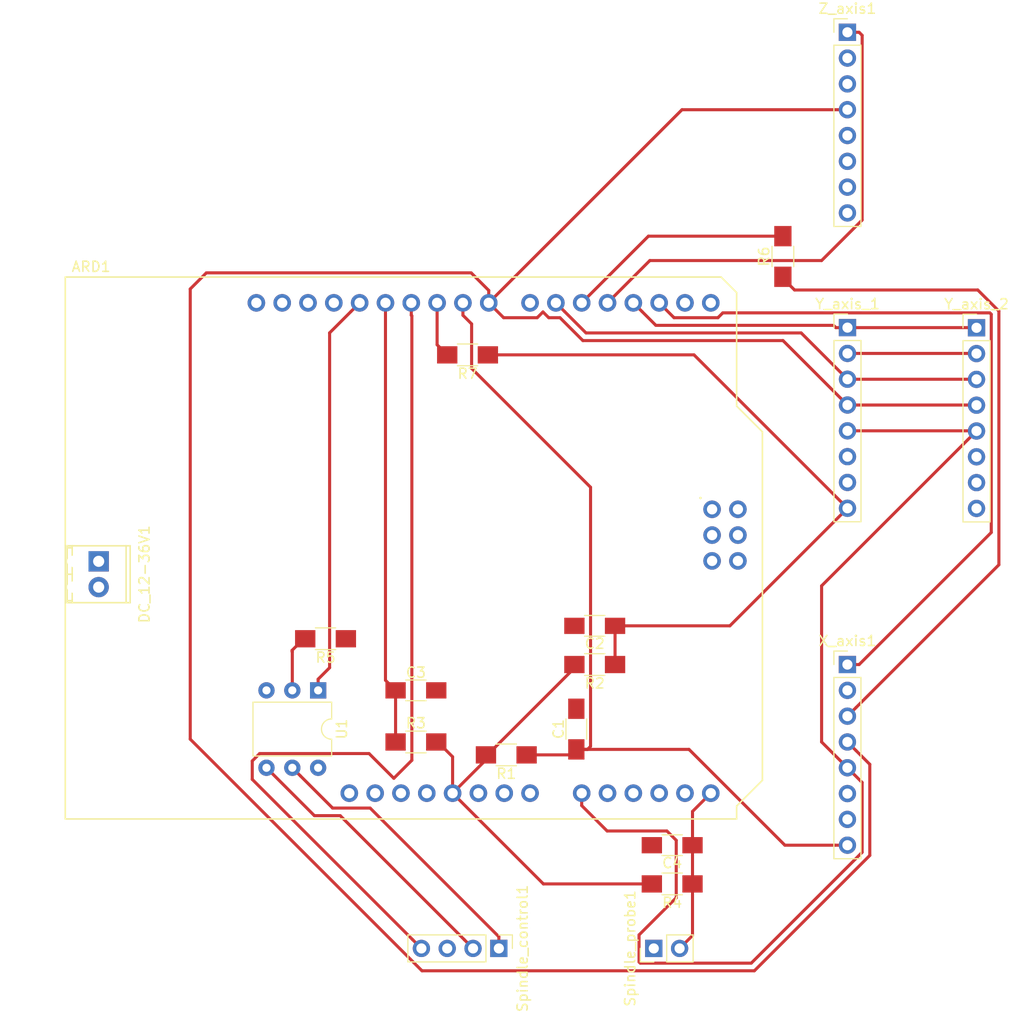
<source format=kicad_pcb>
(kicad_pcb (version 4) (host pcbnew 4.0.7)

  (general
    (links 58)
    (no_connects 23)
    (area 91.444 37.085 192.95762 137.521906)
    (thickness 1.6)
    (drawings 0)
    (tracks 148)
    (zones 0)
    (modules 20)
    (nets 48)
  )

  (page A4)
  (layers
    (0 F.Cu signal)
    (31 B.Cu signal)
    (32 B.Adhes user)
    (33 F.Adhes user)
    (34 B.Paste user)
    (35 F.Paste user)
    (36 B.SilkS user)
    (37 F.SilkS user)
    (38 B.Mask user)
    (39 F.Mask user)
    (40 Dwgs.User user)
    (41 Cmts.User user)
    (42 Eco1.User user)
    (43 Eco2.User user)
    (44 Edge.Cuts user)
    (45 Margin user)
    (46 B.CrtYd user)
    (47 F.CrtYd user)
    (48 B.Fab user)
    (49 F.Fab user)
  )

  (setup
    (last_trace_width 0.3)
    (user_trace_width 3)
    (trace_clearance 0.45)
    (zone_clearance 0.508)
    (zone_45_only no)
    (trace_min 0.2)
    (segment_width 0.2)
    (edge_width 0.15)
    (via_size 0.6)
    (via_drill 0.4)
    (via_min_size 0.4)
    (via_min_drill 0.3)
    (uvia_size 0.3)
    (uvia_drill 0.1)
    (uvias_allowed no)
    (uvia_min_size 0.2)
    (uvia_min_drill 0.1)
    (pcb_text_width 0.3)
    (pcb_text_size 1.5 1.5)
    (mod_edge_width 0.15)
    (mod_text_size 1 1)
    (mod_text_width 0.15)
    (pad_size 1.524 1.524)
    (pad_drill 0.762)
    (pad_to_mask_clearance 0.2)
    (aux_axis_origin 0 0)
    (visible_elements FFFFEF7F)
    (pcbplotparams
      (layerselection 0x00030_80000001)
      (usegerberextensions false)
      (excludeedgelayer true)
      (linewidth 0.100000)
      (plotframeref false)
      (viasonmask false)
      (mode 1)
      (useauxorigin false)
      (hpglpennumber 1)
      (hpglpenspeed 20)
      (hpglpendiameter 15)
      (hpglpenoverlay 2)
      (psnegative false)
      (psa4output false)
      (plotreference true)
      (plotvalue true)
      (plotinvisibletext false)
      (padsonsilk false)
      (subtractmaskfromsilk false)
      (outputformat 1)
      (mirror false)
      (drillshape 1)
      (scaleselection 1)
      (outputdirectory ""))
  )

  (net 0 "")
  (net 1 "Net-(ARD1-PadRST2)")
  (net 2 "Net-(ARD1-PadGND4)")
  (net 3 "Net-(ARD1-PadMOSI)")
  (net 4 "Net-(ARD1-PadSCK)")
  (net 5 "Net-(ARD1-Pad5V2)")
  (net 6 /ALM+)
  (net 7 "Net-(ARD1-PadVIN)")
  (net 8 "Net-(ARD1-PadGND3)")
  (net 9 "Net-(ARD1-PadGND2)")
  (net 10 "Net-(ARD1-Pad3.3V)")
  (net 11 "Net-(ARD1-PadRST1)")
  (net 12 "Net-(ARD1-PadIORF)")
  (net 13 "Net-(ARD1-PadD0)")
  (net 14 "Net-(ARD1-PadD1)")
  (net 15 /ENA+)
  (net 16 "Net-(ARD1-PadSCL)")
  (net 17 "Net-(ARD1-PadSDA)")
  (net 18 "Net-(ARD1-PadAREF)")
  (net 19 "Net-(ARD1-PadD13)")
  (net 20 /Speed_OUT)
  (net 21 "Net-(ARD1-PadA1)")
  (net 22 "Net-(ARD1-PadA2)")
  (net 23 "Net-(ARD1-PadA3)")
  (net 24 "Net-(ARD1-PadA4)")
  (net 25 /plate)
  (net 26 "Net-(ARD1-PadMISO)")
  (net 27 "Net-(R5-Pad2)")
  (net 28 /+24V_IN)
  (net 29 /Start_OUT)
  (net 30 "Net-(U1-Pad3)")
  (net 31 "Net-(U1-Pad6)")
  (net 32 GNDPWR)
  (net 33 "Net-(Y_axis_2-Pad8)")
  (net 34 /DC+)
  (net 35 /X_PUL+)
  (net 36 /X_DIR+)
  (net 37 /Y_PUL+)
  (net 38 /Z_PUL+)
  (net 39 /Y_DIR+)
  (net 40 /Z_DIR+)
  (net 41 /X_LIMIT)
  (net 42 /Y_LIMIT)
  (net 43 /Z_LIMIT)
  (net 44 /GND_VFD)
  (net 45 /5V1)
  (net 46 "Net-(ARD1-PadD5)")
  (net 47 "Net-(ARD1-PadD10)")

  (net_class Default "This is the default net class."
    (clearance 0.45)
    (trace_width 0.3)
    (via_dia 0.6)
    (via_drill 0.4)
    (uvia_dia 0.3)
    (uvia_drill 0.1)
    (add_net /+24V_IN)
    (add_net /5V1)
    (add_net /ALM+)
    (add_net /DC+)
    (add_net /ENA+)
    (add_net /GND_VFD)
    (add_net /Speed_OUT)
    (add_net /Start_OUT)
    (add_net /X_DIR+)
    (add_net /X_LIMIT)
    (add_net /X_PUL+)
    (add_net /Y_DIR+)
    (add_net /Y_LIMIT)
    (add_net /Y_PUL+)
    (add_net /Z_DIR+)
    (add_net /Z_LIMIT)
    (add_net /Z_PUL+)
    (add_net /plate)
    (add_net GNDPWR)
    (add_net "Net-(ARD1-Pad3.3V)")
    (add_net "Net-(ARD1-Pad5V2)")
    (add_net "Net-(ARD1-PadA1)")
    (add_net "Net-(ARD1-PadA2)")
    (add_net "Net-(ARD1-PadA3)")
    (add_net "Net-(ARD1-PadA4)")
    (add_net "Net-(ARD1-PadAREF)")
    (add_net "Net-(ARD1-PadD0)")
    (add_net "Net-(ARD1-PadD1)")
    (add_net "Net-(ARD1-PadD10)")
    (add_net "Net-(ARD1-PadD13)")
    (add_net "Net-(ARD1-PadD5)")
    (add_net "Net-(ARD1-PadGND2)")
    (add_net "Net-(ARD1-PadGND3)")
    (add_net "Net-(ARD1-PadGND4)")
    (add_net "Net-(ARD1-PadIORF)")
    (add_net "Net-(ARD1-PadMISO)")
    (add_net "Net-(ARD1-PadMOSI)")
    (add_net "Net-(ARD1-PadRST1)")
    (add_net "Net-(ARD1-PadRST2)")
    (add_net "Net-(ARD1-PadSCK)")
    (add_net "Net-(ARD1-PadSCL)")
    (add_net "Net-(ARD1-PadSDA)")
    (add_net "Net-(ARD1-PadVIN)")
    (add_net "Net-(R5-Pad2)")
    (add_net "Net-(U1-Pad3)")
    (add_net "Net-(U1-Pad6)")
    (add_net "Net-(Y_axis_2-Pad8)")
  )

  (module Arduino:Arduino_Uno_Shield (layer F.Cu) (tedit 5898A1DC) (tstamp 5A6231A4)
    (at 98.319001 118.069)
    (path /5A621128)
    (fp_text reference ARD1 (at 2.54 -54.356) (layer F.SilkS)
      (effects (font (size 1 1) (thickness 0.15)))
    )
    (fp_text value Arduino_Uno_Shield (at 15.494 -54.356) (layer F.Fab)
      (effects (font (size 1 1) (thickness 0.15)))
    )
    (fp_line (start 9.525 -32.385) (end -6.35 -32.385) (layer B.CrtYd) (width 0.15))
    (fp_line (start 9.525 -43.815) (end -6.35 -43.815) (layer B.CrtYd) (width 0.15))
    (fp_line (start 9.525 -43.815) (end 9.525 -32.385) (layer B.CrtYd) (width 0.15))
    (fp_line (start -6.35 -43.815) (end -6.35 -32.385) (layer B.CrtYd) (width 0.15))
    (fp_text user . (at 62.484 -32.004) (layer F.SilkS)
      (effects (font (size 1 1) (thickness 0.15)))
    )
    (fp_line (start 11.43 -12.065) (end 11.43 -3.175) (layer B.CrtYd) (width 0.15))
    (fp_line (start -1.905 -3.175) (end 11.43 -3.175) (layer B.CrtYd) (width 0.15))
    (fp_line (start -1.905 -12.065) (end -1.905 -3.175) (layer B.CrtYd) (width 0.15))
    (fp_line (start -1.905 -12.065) (end 11.43 -12.065) (layer B.CrtYd) (width 0.15))
    (fp_line (start 0 -53.34) (end 0 0) (layer F.SilkS) (width 0.15))
    (fp_line (start 66.04 -40.64) (end 66.04 -51.816) (layer F.SilkS) (width 0.15))
    (fp_line (start 68.58 -38.1) (end 66.04 -40.64) (layer F.SilkS) (width 0.15))
    (fp_line (start 68.58 -3.81) (end 68.58 -38.1) (layer F.SilkS) (width 0.15))
    (fp_line (start 66.04 -1.27) (end 68.58 -3.81) (layer F.SilkS) (width 0.15))
    (fp_line (start 66.04 0) (end 66.04 -1.27) (layer F.SilkS) (width 0.15))
    (fp_line (start 64.516 -53.34) (end 66.04 -51.816) (layer F.SilkS) (width 0.15))
    (fp_line (start 0 0) (end 66.04 0) (layer F.SilkS) (width 0.15))
    (fp_line (start 0 -53.34) (end 64.516 -53.34) (layer F.SilkS) (width 0.15))
    (pad RST2 thru_hole oval (at 63.627 -25.4) (size 1.7272 1.7272) (drill 1.016) (layers *.Cu *.Mask)
      (net 1 "Net-(ARD1-PadRST2)"))
    (pad GND4 thru_hole oval (at 66.167 -25.4) (size 1.7272 1.7272) (drill 1.016) (layers *.Cu *.Mask)
      (net 2 "Net-(ARD1-PadGND4)"))
    (pad MOSI thru_hole oval (at 66.167 -27.94) (size 1.7272 1.7272) (drill 1.016) (layers *.Cu *.Mask)
      (net 3 "Net-(ARD1-PadMOSI)"))
    (pad SCK thru_hole oval (at 63.627 -27.94) (size 1.7272 1.7272) (drill 1.016) (layers *.Cu *.Mask)
      (net 4 "Net-(ARD1-PadSCK)"))
    (pad 5V2 thru_hole oval (at 66.167 -30.48) (size 1.7272 1.7272) (drill 1.016) (layers *.Cu *.Mask)
      (net 5 "Net-(ARD1-Pad5V2)"))
    (pad A0 thru_hole oval (at 50.8 -2.54) (size 1.7272 1.7272) (drill 1.016) (layers *.Cu *.Mask)
      (net 6 /ALM+))
    (pad VIN thru_hole oval (at 45.72 -2.54) (size 1.7272 1.7272) (drill 1.016) (layers *.Cu *.Mask)
      (net 7 "Net-(ARD1-PadVIN)"))
    (pad GND3 thru_hole oval (at 43.18 -2.54) (size 1.7272 1.7272) (drill 1.016) (layers *.Cu *.Mask)
      (net 8 "Net-(ARD1-PadGND3)"))
    (pad GND2 thru_hole oval (at 40.64 -2.54) (size 1.7272 1.7272) (drill 1.016) (layers *.Cu *.Mask)
      (net 9 "Net-(ARD1-PadGND2)"))
    (pad 5V1 thru_hole oval (at 38.1 -2.54) (size 1.7272 1.7272) (drill 1.016) (layers *.Cu *.Mask)
      (net 45 /5V1))
    (pad 3.3V thru_hole oval (at 35.56 -2.54) (size 1.7272 1.7272) (drill 1.016) (layers *.Cu *.Mask)
      (net 10 "Net-(ARD1-Pad3.3V)"))
    (pad RST1 thru_hole oval (at 33.02 -2.54) (size 1.7272 1.7272) (drill 1.016) (layers *.Cu *.Mask)
      (net 11 "Net-(ARD1-PadRST1)"))
    (pad IORF thru_hole oval (at 30.48 -2.54) (size 1.7272 1.7272) (drill 1.016) (layers *.Cu *.Mask)
      (net 12 "Net-(ARD1-PadIORF)"))
    (pad D0 thru_hole oval (at 63.5 -50.8) (size 1.7272 1.7272) (drill 1.016) (layers *.Cu *.Mask)
      (net 13 "Net-(ARD1-PadD0)"))
    (pad D1 thru_hole oval (at 60.96 -50.8) (size 1.7272 1.7272) (drill 1.016) (layers *.Cu *.Mask)
      (net 14 "Net-(ARD1-PadD1)"))
    (pad D2 thru_hole oval (at 58.42 -50.8) (size 1.7272 1.7272) (drill 1.016) (layers *.Cu *.Mask)
      (net 35 /X_PUL+))
    (pad D3 thru_hole oval (at 55.88 -50.8) (size 1.7272 1.7272) (drill 1.016) (layers *.Cu *.Mask)
      (net 37 /Y_PUL+))
    (pad D4 thru_hole oval (at 53.34 -50.8) (size 1.7272 1.7272) (drill 1.016) (layers *.Cu *.Mask)
      (net 38 /Z_PUL+))
    (pad D5 thru_hole oval (at 50.8 -50.8) (size 1.7272 1.7272) (drill 1.016) (layers *.Cu *.Mask)
      (net 46 "Net-(ARD1-PadD5)"))
    (pad D6 thru_hole oval (at 48.26 -50.8) (size 1.7272 1.7272) (drill 1.016) (layers *.Cu *.Mask)
      (net 39 /Y_DIR+))
    (pad D7 thru_hole oval (at 45.72 -50.8) (size 1.7272 1.7272) (drill 1.016) (layers *.Cu *.Mask)
      (net 40 /Z_DIR+))
    (pad GND1 thru_hole oval (at 26.416 -50.8) (size 1.7272 1.7272) (drill 1.016) (layers *.Cu *.Mask)
      (net 44 /GND_VFD))
    (pad D8 thru_hole oval (at 41.656 -50.8) (size 1.7272 1.7272) (drill 1.016) (layers *.Cu *.Mask)
      (net 15 /ENA+))
    (pad D9 thru_hole oval (at 39.116 -50.8) (size 1.7272 1.7272) (drill 1.016) (layers *.Cu *.Mask)
      (net 41 /X_LIMIT))
    (pad D10 thru_hole oval (at 36.576 -50.8) (size 1.7272 1.7272) (drill 1.016) (layers *.Cu *.Mask)
      (net 47 "Net-(ARD1-PadD10)"))
    (pad "" np_thru_hole circle (at 66.04 -7.62) (size 3.2 3.2) (drill 3.2) (layers *.Cu *.Mask))
    (pad "" np_thru_hole circle (at 66.04 -35.56) (size 3.2 3.2) (drill 3.2) (layers *.Cu *.Mask))
    (pad "" np_thru_hole circle (at 15.24 -50.8) (size 3.2 3.2) (drill 3.2) (layers *.Cu *.Mask))
    (pad "" np_thru_hole circle (at 13.97 -2.54) (size 3.2 3.2) (drill 3.2) (layers *.Cu *.Mask))
    (pad SCL thru_hole oval (at 18.796 -50.8) (size 1.7272 1.7272) (drill 1.016) (layers *.Cu *.Mask)
      (net 16 "Net-(ARD1-PadSCL)"))
    (pad SDA thru_hole oval (at 21.336 -50.8) (size 1.7272 1.7272) (drill 1.016) (layers *.Cu *.Mask)
      (net 17 "Net-(ARD1-PadSDA)"))
    (pad AREF thru_hole oval (at 23.876 -50.8) (size 1.7272 1.7272) (drill 1.016) (layers *.Cu *.Mask)
      (net 18 "Net-(ARD1-PadAREF)"))
    (pad D13 thru_hole oval (at 28.956 -50.8) (size 1.7272 1.7272) (drill 1.016) (layers *.Cu *.Mask)
      (net 19 "Net-(ARD1-PadD13)"))
    (pad D12 thru_hole oval (at 31.496 -50.8) (size 1.7272 1.7272) (drill 1.016) (layers *.Cu *.Mask)
      (net 43 /Z_LIMIT))
    (pad D11 thru_hole oval (at 34.036 -50.8) (size 1.7272 1.7272) (drill 1.016) (layers *.Cu *.Mask)
      (net 20 /Speed_OUT))
    (pad "" thru_hole oval (at 27.94 -2.54) (size 1.7272 1.7272) (drill 1.016) (layers *.Cu *.Mask))
    (pad A1 thru_hole oval (at 53.34 -2.54) (size 1.7272 1.7272) (drill 1.016) (layers *.Cu *.Mask)
      (net 21 "Net-(ARD1-PadA1)"))
    (pad A2 thru_hole oval (at 55.88 -2.54) (size 1.7272 1.7272) (drill 1.016) (layers *.Cu *.Mask)
      (net 22 "Net-(ARD1-PadA2)"))
    (pad A3 thru_hole oval (at 58.42 -2.54) (size 1.7272 1.7272) (drill 1.016) (layers *.Cu *.Mask)
      (net 23 "Net-(ARD1-PadA3)"))
    (pad A4 thru_hole oval (at 60.96 -2.54) (size 1.7272 1.7272) (drill 1.016) (layers *.Cu *.Mask)
      (net 24 "Net-(ARD1-PadA4)"))
    (pad A5 thru_hole oval (at 63.5 -2.54) (size 1.7272 1.7272) (drill 1.016) (layers *.Cu *.Mask)
      (net 25 /plate))
    (pad MISO thru_hole oval (at 63.627 -30.48) (size 1.7272 1.7272) (drill 1.016) (layers *.Cu *.Mask)
      (net 26 "Net-(ARD1-PadMISO)"))
  )

  (module Socket_Strips:Socket_Strip_Straight_1x08_Pitch2.54mm (layer F.Cu) (tedit 58CD5446) (tstamp 5A6231FE)
    (at 175.26 102.87)
    (descr "Through hole straight socket strip, 1x08, 2.54mm pitch, single row")
    (tags "Through hole socket strip THT 1x08 2.54mm single row")
    (path /5A62115C)
    (fp_text reference X_axis1 (at 0 -2.33) (layer F.SilkS)
      (effects (font (size 1 1) (thickness 0.15)))
    )
    (fp_text value Conn_01x08 (at 0 20.11) (layer F.Fab)
      (effects (font (size 1 1) (thickness 0.15)))
    )
    (fp_line (start -1.27 -1.27) (end -1.27 19.05) (layer F.Fab) (width 0.1))
    (fp_line (start -1.27 19.05) (end 1.27 19.05) (layer F.Fab) (width 0.1))
    (fp_line (start 1.27 19.05) (end 1.27 -1.27) (layer F.Fab) (width 0.1))
    (fp_line (start 1.27 -1.27) (end -1.27 -1.27) (layer F.Fab) (width 0.1))
    (fp_line (start -1.33 1.27) (end -1.33 19.11) (layer F.SilkS) (width 0.12))
    (fp_line (start -1.33 19.11) (end 1.33 19.11) (layer F.SilkS) (width 0.12))
    (fp_line (start 1.33 19.11) (end 1.33 1.27) (layer F.SilkS) (width 0.12))
    (fp_line (start 1.33 1.27) (end -1.33 1.27) (layer F.SilkS) (width 0.12))
    (fp_line (start -1.33 0) (end -1.33 -1.33) (layer F.SilkS) (width 0.12))
    (fp_line (start -1.33 -1.33) (end 0 -1.33) (layer F.SilkS) (width 0.12))
    (fp_line (start -1.8 -1.8) (end -1.8 19.55) (layer F.CrtYd) (width 0.05))
    (fp_line (start -1.8 19.55) (end 1.8 19.55) (layer F.CrtYd) (width 0.05))
    (fp_line (start 1.8 19.55) (end 1.8 -1.8) (layer F.CrtYd) (width 0.05))
    (fp_line (start 1.8 -1.8) (end -1.8 -1.8) (layer F.CrtYd) (width 0.05))
    (fp_text user %R (at 0 -2.33) (layer F.Fab)
      (effects (font (size 1 1) (thickness 0.15)))
    )
    (pad 1 thru_hole rect (at 0 0) (size 1.7 1.7) (drill 1) (layers *.Cu *.Mask)
      (net 35 /X_PUL+))
    (pad 2 thru_hole oval (at 0 2.54) (size 1.7 1.7) (drill 1) (layers *.Cu *.Mask)
      (net 44 /GND_VFD))
    (pad 3 thru_hole oval (at 0 5.08) (size 1.7 1.7) (drill 1) (layers *.Cu *.Mask)
      (net 36 /X_DIR+))
    (pad 4 thru_hole oval (at 0 7.62) (size 1.7 1.7) (drill 1) (layers *.Cu *.Mask)
      (net 15 /ENA+))
    (pad 5 thru_hole oval (at 0 10.16) (size 1.7 1.7) (drill 1) (layers *.Cu *.Mask)
      (net 6 /ALM+))
    (pad 6 thru_hole oval (at 0 12.7) (size 1.7 1.7) (drill 1) (layers *.Cu *.Mask)
      (net 34 /DC+))
    (pad 7 thru_hole oval (at 0 15.24) (size 1.7 1.7) (drill 1) (layers *.Cu *.Mask)
      (net 32 GNDPWR))
    (pad 8 thru_hole oval (at 0 17.78) (size 1.7 1.7) (drill 1) (layers *.Cu *.Mask)
      (net 41 /X_LIMIT))
    (model ${KISYS3DMOD}/Socket_Strips.3dshapes/Socket_Strip_Straight_1x08_Pitch2.54mm.wrl
      (at (xyz 0 -0.35 0))
      (scale (xyz 1 1 1))
      (rotate (xyz 0 0 270))
    )
  )

  (module Capacitors_SMD:C_1206_HandSoldering (layer F.Cu) (tedit 58AA84D1) (tstamp 5A6231AA)
    (at 148.59 109.22 90)
    (descr "Capacitor SMD 1206, hand soldering")
    (tags "capacitor 1206")
    (path /5A623C4E)
    (attr smd)
    (fp_text reference C1 (at 0 -1.75 90) (layer F.SilkS)
      (effects (font (size 1 1) (thickness 0.15)))
    )
    (fp_text value 100nF (at 0 2 90) (layer F.Fab)
      (effects (font (size 1 1) (thickness 0.15)))
    )
    (fp_text user %R (at 0 -1.75 90) (layer F.Fab)
      (effects (font (size 1 1) (thickness 0.15)))
    )
    (fp_line (start -1.6 0.8) (end -1.6 -0.8) (layer F.Fab) (width 0.1))
    (fp_line (start 1.6 0.8) (end -1.6 0.8) (layer F.Fab) (width 0.1))
    (fp_line (start 1.6 -0.8) (end 1.6 0.8) (layer F.Fab) (width 0.1))
    (fp_line (start -1.6 -0.8) (end 1.6 -0.8) (layer F.Fab) (width 0.1))
    (fp_line (start 1 -1.02) (end -1 -1.02) (layer F.SilkS) (width 0.12))
    (fp_line (start -1 1.02) (end 1 1.02) (layer F.SilkS) (width 0.12))
    (fp_line (start -3.25 -1.05) (end 3.25 -1.05) (layer F.CrtYd) (width 0.05))
    (fp_line (start -3.25 -1.05) (end -3.25 1.05) (layer F.CrtYd) (width 0.05))
    (fp_line (start 3.25 1.05) (end 3.25 -1.05) (layer F.CrtYd) (width 0.05))
    (fp_line (start 3.25 1.05) (end -3.25 1.05) (layer F.CrtYd) (width 0.05))
    (pad 1 smd rect (at -2 0 90) (size 2 1.6) (layers F.Cu F.Paste F.Mask)
      (net 41 /X_LIMIT))
    (pad 2 smd rect (at 2 0 90) (size 2 1.6) (layers F.Cu F.Paste F.Mask)
      (net 44 /GND_VFD))
    (model Capacitors_SMD.3dshapes/C_1206.wrl
      (at (xyz 0 0 0))
      (scale (xyz 1 1 1))
      (rotate (xyz 0 0 0))
    )
  )

  (module Capacitors_SMD:C_1206_HandSoldering (layer F.Cu) (tedit 58AA84D1) (tstamp 5A6231B0)
    (at 150.4 99.06 180)
    (descr "Capacitor SMD 1206, hand soldering")
    (tags "capacitor 1206")
    (path /5A624456)
    (attr smd)
    (fp_text reference C2 (at 0 -1.75 180) (layer F.SilkS)
      (effects (font (size 1 1) (thickness 0.15)))
    )
    (fp_text value 100nF (at 0 2 180) (layer F.Fab)
      (effects (font (size 1 1) (thickness 0.15)))
    )
    (fp_text user %R (at 0 -1.75 180) (layer F.Fab)
      (effects (font (size 1 1) (thickness 0.15)))
    )
    (fp_line (start -1.6 0.8) (end -1.6 -0.8) (layer F.Fab) (width 0.1))
    (fp_line (start 1.6 0.8) (end -1.6 0.8) (layer F.Fab) (width 0.1))
    (fp_line (start 1.6 -0.8) (end 1.6 0.8) (layer F.Fab) (width 0.1))
    (fp_line (start -1.6 -0.8) (end 1.6 -0.8) (layer F.Fab) (width 0.1))
    (fp_line (start 1 -1.02) (end -1 -1.02) (layer F.SilkS) (width 0.12))
    (fp_line (start -1 1.02) (end 1 1.02) (layer F.SilkS) (width 0.12))
    (fp_line (start -3.25 -1.05) (end 3.25 -1.05) (layer F.CrtYd) (width 0.05))
    (fp_line (start -3.25 -1.05) (end -3.25 1.05) (layer F.CrtYd) (width 0.05))
    (fp_line (start 3.25 1.05) (end 3.25 -1.05) (layer F.CrtYd) (width 0.05))
    (fp_line (start 3.25 1.05) (end -3.25 1.05) (layer F.CrtYd) (width 0.05))
    (pad 1 smd rect (at -2 0 180) (size 2 1.6) (layers F.Cu F.Paste F.Mask)
      (net 42 /Y_LIMIT))
    (pad 2 smd rect (at 2 0 180) (size 2 1.6) (layers F.Cu F.Paste F.Mask)
      (net 44 /GND_VFD))
    (model Capacitors_SMD.3dshapes/C_1206.wrl
      (at (xyz 0 0 0))
      (scale (xyz 1 1 1))
      (rotate (xyz 0 0 0))
    )
  )

  (module Capacitors_SMD:C_1206_HandSoldering (layer F.Cu) (tedit 58AA84D1) (tstamp 5A6231B6)
    (at 132.81 105.41)
    (descr "Capacitor SMD 1206, hand soldering")
    (tags "capacitor 1206")
    (path /5A6244CA)
    (attr smd)
    (fp_text reference C3 (at 0 -1.75) (layer F.SilkS)
      (effects (font (size 1 1) (thickness 0.15)))
    )
    (fp_text value 100nF (at 0 2) (layer F.Fab)
      (effects (font (size 1 1) (thickness 0.15)))
    )
    (fp_text user %R (at 0 -1.75) (layer F.Fab)
      (effects (font (size 1 1) (thickness 0.15)))
    )
    (fp_line (start -1.6 0.8) (end -1.6 -0.8) (layer F.Fab) (width 0.1))
    (fp_line (start 1.6 0.8) (end -1.6 0.8) (layer F.Fab) (width 0.1))
    (fp_line (start 1.6 -0.8) (end 1.6 0.8) (layer F.Fab) (width 0.1))
    (fp_line (start -1.6 -0.8) (end 1.6 -0.8) (layer F.Fab) (width 0.1))
    (fp_line (start 1 -1.02) (end -1 -1.02) (layer F.SilkS) (width 0.12))
    (fp_line (start -1 1.02) (end 1 1.02) (layer F.SilkS) (width 0.12))
    (fp_line (start -3.25 -1.05) (end 3.25 -1.05) (layer F.CrtYd) (width 0.05))
    (fp_line (start -3.25 -1.05) (end -3.25 1.05) (layer F.CrtYd) (width 0.05))
    (fp_line (start 3.25 1.05) (end 3.25 -1.05) (layer F.CrtYd) (width 0.05))
    (fp_line (start 3.25 1.05) (end -3.25 1.05) (layer F.CrtYd) (width 0.05))
    (pad 1 smd rect (at -2 0) (size 2 1.6) (layers F.Cu F.Paste F.Mask)
      (net 43 /Z_LIMIT))
    (pad 2 smd rect (at 2 0) (size 2 1.6) (layers F.Cu F.Paste F.Mask)
      (net 44 /GND_VFD))
    (model Capacitors_SMD.3dshapes/C_1206.wrl
      (at (xyz 0 0 0))
      (scale (xyz 1 1 1))
      (rotate (xyz 0 0 0))
    )
  )

  (module Capacitors_SMD:C_1206_HandSoldering (layer F.Cu) (tedit 58AA84D1) (tstamp 5A6231BC)
    (at 158.02 120.65 180)
    (descr "Capacitor SMD 1206, hand soldering")
    (tags "capacitor 1206")
    (path /5A624DA3)
    (attr smd)
    (fp_text reference C4 (at 0 -1.75 180) (layer F.SilkS)
      (effects (font (size 1 1) (thickness 0.15)))
    )
    (fp_text value 100nF (at 0 2 180) (layer F.Fab)
      (effects (font (size 1 1) (thickness 0.15)))
    )
    (fp_text user %R (at 0 -1.75 180) (layer F.Fab)
      (effects (font (size 1 1) (thickness 0.15)))
    )
    (fp_line (start -1.6 0.8) (end -1.6 -0.8) (layer F.Fab) (width 0.1))
    (fp_line (start 1.6 0.8) (end -1.6 0.8) (layer F.Fab) (width 0.1))
    (fp_line (start 1.6 -0.8) (end 1.6 0.8) (layer F.Fab) (width 0.1))
    (fp_line (start -1.6 -0.8) (end 1.6 -0.8) (layer F.Fab) (width 0.1))
    (fp_line (start 1 -1.02) (end -1 -1.02) (layer F.SilkS) (width 0.12))
    (fp_line (start -1 1.02) (end 1 1.02) (layer F.SilkS) (width 0.12))
    (fp_line (start -3.25 -1.05) (end 3.25 -1.05) (layer F.CrtYd) (width 0.05))
    (fp_line (start -3.25 -1.05) (end -3.25 1.05) (layer F.CrtYd) (width 0.05))
    (fp_line (start 3.25 1.05) (end 3.25 -1.05) (layer F.CrtYd) (width 0.05))
    (fp_line (start 3.25 1.05) (end -3.25 1.05) (layer F.CrtYd) (width 0.05))
    (pad 1 smd rect (at -2 0 180) (size 2 1.6) (layers F.Cu F.Paste F.Mask)
      (net 25 /plate))
    (pad 2 smd rect (at 2 0 180) (size 2 1.6) (layers F.Cu F.Paste F.Mask)
      (net 44 /GND_VFD))
    (model Capacitors_SMD.3dshapes/C_1206.wrl
      (at (xyz 0 0 0))
      (scale (xyz 1 1 1))
      (rotate (xyz 0 0 0))
    )
  )

  (module Resistors_SMD:R_1206_HandSoldering (layer F.Cu) (tedit 58E0A804) (tstamp 5A6231C2)
    (at 141.7 111.76 180)
    (descr "Resistor SMD 1206, hand soldering")
    (tags "resistor 1206")
    (path /5A623BB1)
    (attr smd)
    (fp_text reference R1 (at 0 -1.85 180) (layer F.SilkS)
      (effects (font (size 1 1) (thickness 0.15)))
    )
    (fp_text value 4.7K (at 0 1.9 180) (layer F.Fab)
      (effects (font (size 1 1) (thickness 0.15)))
    )
    (fp_text user %R (at 0 0 180) (layer F.Fab)
      (effects (font (size 0.7 0.7) (thickness 0.105)))
    )
    (fp_line (start -1.6 0.8) (end -1.6 -0.8) (layer F.Fab) (width 0.1))
    (fp_line (start 1.6 0.8) (end -1.6 0.8) (layer F.Fab) (width 0.1))
    (fp_line (start 1.6 -0.8) (end 1.6 0.8) (layer F.Fab) (width 0.1))
    (fp_line (start -1.6 -0.8) (end 1.6 -0.8) (layer F.Fab) (width 0.1))
    (fp_line (start 1 1.07) (end -1 1.07) (layer F.SilkS) (width 0.12))
    (fp_line (start -1 -1.07) (end 1 -1.07) (layer F.SilkS) (width 0.12))
    (fp_line (start -3.25 -1.11) (end 3.25 -1.11) (layer F.CrtYd) (width 0.05))
    (fp_line (start -3.25 -1.11) (end -3.25 1.1) (layer F.CrtYd) (width 0.05))
    (fp_line (start 3.25 1.1) (end 3.25 -1.11) (layer F.CrtYd) (width 0.05))
    (fp_line (start 3.25 1.1) (end -3.25 1.1) (layer F.CrtYd) (width 0.05))
    (pad 1 smd rect (at -2 0 180) (size 2 1.7) (layers F.Cu F.Paste F.Mask)
      (net 41 /X_LIMIT))
    (pad 2 smd rect (at 2 0 180) (size 2 1.7) (layers F.Cu F.Paste F.Mask)
      (net 45 /5V1))
    (model ${KISYS3DMOD}/Resistors_SMD.3dshapes/R_1206.wrl
      (at (xyz 0 0 0))
      (scale (xyz 1 1 1))
      (rotate (xyz 0 0 0))
    )
  )

  (module Resistors_SMD:R_1206_HandSoldering (layer F.Cu) (tedit 58E0A804) (tstamp 5A6231C8)
    (at 150.4 102.87 180)
    (descr "Resistor SMD 1206, hand soldering")
    (tags "resistor 1206")
    (path /5A624072)
    (attr smd)
    (fp_text reference R2 (at 0 -1.85 180) (layer F.SilkS)
      (effects (font (size 1 1) (thickness 0.15)))
    )
    (fp_text value 4.7K (at 0 1.9 180) (layer F.Fab)
      (effects (font (size 1 1) (thickness 0.15)))
    )
    (fp_text user %R (at 0 0 180) (layer F.Fab)
      (effects (font (size 0.7 0.7) (thickness 0.105)))
    )
    (fp_line (start -1.6 0.8) (end -1.6 -0.8) (layer F.Fab) (width 0.1))
    (fp_line (start 1.6 0.8) (end -1.6 0.8) (layer F.Fab) (width 0.1))
    (fp_line (start 1.6 -0.8) (end 1.6 0.8) (layer F.Fab) (width 0.1))
    (fp_line (start -1.6 -0.8) (end 1.6 -0.8) (layer F.Fab) (width 0.1))
    (fp_line (start 1 1.07) (end -1 1.07) (layer F.SilkS) (width 0.12))
    (fp_line (start -1 -1.07) (end 1 -1.07) (layer F.SilkS) (width 0.12))
    (fp_line (start -3.25 -1.11) (end 3.25 -1.11) (layer F.CrtYd) (width 0.05))
    (fp_line (start -3.25 -1.11) (end -3.25 1.1) (layer F.CrtYd) (width 0.05))
    (fp_line (start 3.25 1.1) (end 3.25 -1.11) (layer F.CrtYd) (width 0.05))
    (fp_line (start 3.25 1.1) (end -3.25 1.1) (layer F.CrtYd) (width 0.05))
    (pad 1 smd rect (at -2 0 180) (size 2 1.7) (layers F.Cu F.Paste F.Mask)
      (net 42 /Y_LIMIT))
    (pad 2 smd rect (at 2 0 180) (size 2 1.7) (layers F.Cu F.Paste F.Mask)
      (net 45 /5V1))
    (model ${KISYS3DMOD}/Resistors_SMD.3dshapes/R_1206.wrl
      (at (xyz 0 0 0))
      (scale (xyz 1 1 1))
      (rotate (xyz 0 0 0))
    )
  )

  (module Resistors_SMD:R_1206_HandSoldering (layer F.Cu) (tedit 58E0A804) (tstamp 5A6231CE)
    (at 132.81 110.49)
    (descr "Resistor SMD 1206, hand soldering")
    (tags "resistor 1206")
    (path /5A624412)
    (attr smd)
    (fp_text reference R3 (at 0 -1.85) (layer F.SilkS)
      (effects (font (size 1 1) (thickness 0.15)))
    )
    (fp_text value 4.7K (at 0 1.9) (layer F.Fab)
      (effects (font (size 1 1) (thickness 0.15)))
    )
    (fp_text user %R (at 0 0) (layer F.Fab)
      (effects (font (size 0.7 0.7) (thickness 0.105)))
    )
    (fp_line (start -1.6 0.8) (end -1.6 -0.8) (layer F.Fab) (width 0.1))
    (fp_line (start 1.6 0.8) (end -1.6 0.8) (layer F.Fab) (width 0.1))
    (fp_line (start 1.6 -0.8) (end 1.6 0.8) (layer F.Fab) (width 0.1))
    (fp_line (start -1.6 -0.8) (end 1.6 -0.8) (layer F.Fab) (width 0.1))
    (fp_line (start 1 1.07) (end -1 1.07) (layer F.SilkS) (width 0.12))
    (fp_line (start -1 -1.07) (end 1 -1.07) (layer F.SilkS) (width 0.12))
    (fp_line (start -3.25 -1.11) (end 3.25 -1.11) (layer F.CrtYd) (width 0.05))
    (fp_line (start -3.25 -1.11) (end -3.25 1.1) (layer F.CrtYd) (width 0.05))
    (fp_line (start 3.25 1.1) (end 3.25 -1.11) (layer F.CrtYd) (width 0.05))
    (fp_line (start 3.25 1.1) (end -3.25 1.1) (layer F.CrtYd) (width 0.05))
    (pad 1 smd rect (at -2 0) (size 2 1.7) (layers F.Cu F.Paste F.Mask)
      (net 43 /Z_LIMIT))
    (pad 2 smd rect (at 2 0) (size 2 1.7) (layers F.Cu F.Paste F.Mask)
      (net 45 /5V1))
    (model ${KISYS3DMOD}/Resistors_SMD.3dshapes/R_1206.wrl
      (at (xyz 0 0 0))
      (scale (xyz 1 1 1))
      (rotate (xyz 0 0 0))
    )
  )

  (module Resistors_SMD:R_1206_HandSoldering (layer F.Cu) (tedit 58E0A804) (tstamp 5A6231D4)
    (at 158.02 124.46 180)
    (descr "Resistor SMD 1206, hand soldering")
    (tags "resistor 1206")
    (path /5A624CDA)
    (attr smd)
    (fp_text reference R4 (at 0 -1.85 180) (layer F.SilkS)
      (effects (font (size 1 1) (thickness 0.15)))
    )
    (fp_text value 4.7K (at 0 1.9 180) (layer F.Fab)
      (effects (font (size 1 1) (thickness 0.15)))
    )
    (fp_text user %R (at 0 0 180) (layer F.Fab)
      (effects (font (size 0.7 0.7) (thickness 0.105)))
    )
    (fp_line (start -1.6 0.8) (end -1.6 -0.8) (layer F.Fab) (width 0.1))
    (fp_line (start 1.6 0.8) (end -1.6 0.8) (layer F.Fab) (width 0.1))
    (fp_line (start 1.6 -0.8) (end 1.6 0.8) (layer F.Fab) (width 0.1))
    (fp_line (start -1.6 -0.8) (end 1.6 -0.8) (layer F.Fab) (width 0.1))
    (fp_line (start 1 1.07) (end -1 1.07) (layer F.SilkS) (width 0.12))
    (fp_line (start -1 -1.07) (end 1 -1.07) (layer F.SilkS) (width 0.12))
    (fp_line (start -3.25 -1.11) (end 3.25 -1.11) (layer F.CrtYd) (width 0.05))
    (fp_line (start -3.25 -1.11) (end -3.25 1.1) (layer F.CrtYd) (width 0.05))
    (fp_line (start 3.25 1.1) (end 3.25 -1.11) (layer F.CrtYd) (width 0.05))
    (fp_line (start 3.25 1.1) (end -3.25 1.1) (layer F.CrtYd) (width 0.05))
    (pad 1 smd rect (at -2 0 180) (size 2 1.7) (layers F.Cu F.Paste F.Mask)
      (net 25 /plate))
    (pad 2 smd rect (at 2 0 180) (size 2 1.7) (layers F.Cu F.Paste F.Mask)
      (net 45 /5V1))
    (model ${KISYS3DMOD}/Resistors_SMD.3dshapes/R_1206.wrl
      (at (xyz 0 0 0))
      (scale (xyz 1 1 1))
      (rotate (xyz 0 0 0))
    )
  )

  (module Resistors_SMD:R_1206_HandSoldering (layer F.Cu) (tedit 58E0A804) (tstamp 5A6231DA)
    (at 123.92 100.33 180)
    (descr "Resistor SMD 1206, hand soldering")
    (tags "resistor 1206")
    (path /5A626BC8)
    (attr smd)
    (fp_text reference R5 (at 0 -1.85 180) (layer F.SilkS)
      (effects (font (size 1 1) (thickness 0.15)))
    )
    (fp_text value ? (at 0 1.9 180) (layer F.Fab)
      (effects (font (size 1 1) (thickness 0.15)))
    )
    (fp_text user %R (at 0 0 180) (layer F.Fab)
      (effects (font (size 0.7 0.7) (thickness 0.105)))
    )
    (fp_line (start -1.6 0.8) (end -1.6 -0.8) (layer F.Fab) (width 0.1))
    (fp_line (start 1.6 0.8) (end -1.6 0.8) (layer F.Fab) (width 0.1))
    (fp_line (start 1.6 -0.8) (end 1.6 0.8) (layer F.Fab) (width 0.1))
    (fp_line (start -1.6 -0.8) (end 1.6 -0.8) (layer F.Fab) (width 0.1))
    (fp_line (start 1 1.07) (end -1 1.07) (layer F.SilkS) (width 0.12))
    (fp_line (start -1 -1.07) (end 1 -1.07) (layer F.SilkS) (width 0.12))
    (fp_line (start -3.25 -1.11) (end 3.25 -1.11) (layer F.CrtYd) (width 0.05))
    (fp_line (start -3.25 -1.11) (end -3.25 1.1) (layer F.CrtYd) (width 0.05))
    (fp_line (start 3.25 1.1) (end 3.25 -1.11) (layer F.CrtYd) (width 0.05))
    (fp_line (start 3.25 1.1) (end -3.25 1.1) (layer F.CrtYd) (width 0.05))
    (pad 1 smd rect (at -2 0 180) (size 2 1.7) (layers F.Cu F.Paste F.Mask)
      (net 44 /GND_VFD))
    (pad 2 smd rect (at 2 0 180) (size 2 1.7) (layers F.Cu F.Paste F.Mask)
      (net 27 "Net-(R5-Pad2)"))
    (model ${KISYS3DMOD}/Resistors_SMD.3dshapes/R_1206.wrl
      (at (xyz 0 0 0))
      (scale (xyz 1 1 1))
      (rotate (xyz 0 0 0))
    )
  )

  (module Socket_Strips:Socket_Strip_Straight_1x04_Pitch2.54mm (layer F.Cu) (tedit 58CD5446) (tstamp 5A6231E2)
    (at 140.97 130.81 270)
    (descr "Through hole straight socket strip, 1x04, 2.54mm pitch, single row")
    (tags "Through hole socket strip THT 1x04 2.54mm single row")
    (path /5A6254DA)
    (fp_text reference Spindle_control1 (at 0 -2.33 270) (layer F.SilkS)
      (effects (font (size 1 1) (thickness 0.15)))
    )
    (fp_text value Conn_01x04 (at 0 9.95 270) (layer F.Fab)
      (effects (font (size 1 1) (thickness 0.15)))
    )
    (fp_line (start -1.27 -1.27) (end -1.27 8.89) (layer F.Fab) (width 0.1))
    (fp_line (start -1.27 8.89) (end 1.27 8.89) (layer F.Fab) (width 0.1))
    (fp_line (start 1.27 8.89) (end 1.27 -1.27) (layer F.Fab) (width 0.1))
    (fp_line (start 1.27 -1.27) (end -1.27 -1.27) (layer F.Fab) (width 0.1))
    (fp_line (start -1.33 1.27) (end -1.33 8.95) (layer F.SilkS) (width 0.12))
    (fp_line (start -1.33 8.95) (end 1.33 8.95) (layer F.SilkS) (width 0.12))
    (fp_line (start 1.33 8.95) (end 1.33 1.27) (layer F.SilkS) (width 0.12))
    (fp_line (start 1.33 1.27) (end -1.33 1.27) (layer F.SilkS) (width 0.12))
    (fp_line (start -1.33 0) (end -1.33 -1.33) (layer F.SilkS) (width 0.12))
    (fp_line (start -1.33 -1.33) (end 0 -1.33) (layer F.SilkS) (width 0.12))
    (fp_line (start -1.8 -1.8) (end -1.8 9.4) (layer F.CrtYd) (width 0.05))
    (fp_line (start -1.8 9.4) (end 1.8 9.4) (layer F.CrtYd) (width 0.05))
    (fp_line (start 1.8 9.4) (end 1.8 -1.8) (layer F.CrtYd) (width 0.05))
    (fp_line (start 1.8 -1.8) (end -1.8 -1.8) (layer F.CrtYd) (width 0.05))
    (fp_text user %R (at 0 -2.33 270) (layer F.Fab)
      (effects (font (size 1 1) (thickness 0.15)))
    )
    (pad 1 thru_hole rect (at 0 0 270) (size 1.7 1.7) (drill 1) (layers *.Cu *.Mask)
      (net 28 /+24V_IN))
    (pad 2 thru_hole oval (at 0 2.54 270) (size 1.7 1.7) (drill 1) (layers *.Cu *.Mask)
      (net 29 /Start_OUT))
    (pad 3 thru_hole oval (at 0 5.08 270) (size 1.7 1.7) (drill 1) (layers *.Cu *.Mask)
      (net 44 /GND_VFD))
    (pad 4 thru_hole oval (at 0 7.62 270) (size 1.7 1.7) (drill 1) (layers *.Cu *.Mask)
      (net 20 /Speed_OUT))
    (model ${KISYS3DMOD}/Socket_Strips.3dshapes/Socket_Strip_Straight_1x04_Pitch2.54mm.wrl
      (at (xyz 0 -0.15 0))
      (scale (xyz 1 1 1))
      (rotate (xyz 0 0 270))
    )
  )

  (module Socket_Strips:Socket_Strip_Straight_1x02_Pitch2.54mm (layer F.Cu) (tedit 58CD5446) (tstamp 5A6231E8)
    (at 156.21 130.81 90)
    (descr "Through hole straight socket strip, 1x02, 2.54mm pitch, single row")
    (tags "Through hole socket strip THT 1x02 2.54mm single row")
    (path /5A624B62)
    (fp_text reference Spindle_probe1 (at 0 -2.33 90) (layer F.SilkS)
      (effects (font (size 1 1) (thickness 0.15)))
    )
    (fp_text value Conn_01x02 (at 0 4.87 90) (layer F.Fab)
      (effects (font (size 1 1) (thickness 0.15)))
    )
    (fp_line (start -1.27 -1.27) (end -1.27 3.81) (layer F.Fab) (width 0.1))
    (fp_line (start -1.27 3.81) (end 1.27 3.81) (layer F.Fab) (width 0.1))
    (fp_line (start 1.27 3.81) (end 1.27 -1.27) (layer F.Fab) (width 0.1))
    (fp_line (start 1.27 -1.27) (end -1.27 -1.27) (layer F.Fab) (width 0.1))
    (fp_line (start -1.33 1.27) (end -1.33 3.87) (layer F.SilkS) (width 0.12))
    (fp_line (start -1.33 3.87) (end 1.33 3.87) (layer F.SilkS) (width 0.12))
    (fp_line (start 1.33 3.87) (end 1.33 1.27) (layer F.SilkS) (width 0.12))
    (fp_line (start 1.33 1.27) (end -1.33 1.27) (layer F.SilkS) (width 0.12))
    (fp_line (start -1.33 0) (end -1.33 -1.33) (layer F.SilkS) (width 0.12))
    (fp_line (start -1.33 -1.33) (end 0 -1.33) (layer F.SilkS) (width 0.12))
    (fp_line (start -1.8 -1.8) (end -1.8 4.35) (layer F.CrtYd) (width 0.05))
    (fp_line (start -1.8 4.35) (end 1.8 4.35) (layer F.CrtYd) (width 0.05))
    (fp_line (start 1.8 4.35) (end 1.8 -1.8) (layer F.CrtYd) (width 0.05))
    (fp_line (start 1.8 -1.8) (end -1.8 -1.8) (layer F.CrtYd) (width 0.05))
    (fp_text user %R (at 0 -2.33 90) (layer F.Fab)
      (effects (font (size 1 1) (thickness 0.15)))
    )
    (pad 1 thru_hole rect (at 0 0 90) (size 1.7 1.7) (drill 1) (layers *.Cu *.Mask)
      (net 44 /GND_VFD))
    (pad 2 thru_hole oval (at 0 2.54 90) (size 1.7 1.7) (drill 1) (layers *.Cu *.Mask)
      (net 25 /plate))
    (model ${KISYS3DMOD}/Socket_Strips.3dshapes/Socket_Strip_Straight_1x02_Pitch2.54mm.wrl
      (at (xyz 0 -0.05 0))
      (scale (xyz 1 1 1))
      (rotate (xyz 0 0 270))
    )
  )

  (module Housings_DIP:DIP-6_W7.62mm (layer F.Cu) (tedit 59C78D6B) (tstamp 5A6231F2)
    (at 123.19 105.41 270)
    (descr "6-lead though-hole mounted DIP package, row spacing 7.62 mm (300 mils)")
    (tags "THT DIP DIL PDIP 2.54mm 7.62mm 300mil")
    (path /5A6267EC)
    (fp_text reference U1 (at 3.81 -2.33 270) (layer F.SilkS)
      (effects (font (size 1 1) (thickness 0.15)))
    )
    (fp_text value 4N25 (at 3.81 7.41 270) (layer F.Fab)
      (effects (font (size 1 1) (thickness 0.15)))
    )
    (fp_arc (start 3.81 -1.33) (end 2.81 -1.33) (angle -180) (layer F.SilkS) (width 0.12))
    (fp_line (start 1.635 -1.27) (end 6.985 -1.27) (layer F.Fab) (width 0.1))
    (fp_line (start 6.985 -1.27) (end 6.985 6.35) (layer F.Fab) (width 0.1))
    (fp_line (start 6.985 6.35) (end 0.635 6.35) (layer F.Fab) (width 0.1))
    (fp_line (start 0.635 6.35) (end 0.635 -0.27) (layer F.Fab) (width 0.1))
    (fp_line (start 0.635 -0.27) (end 1.635 -1.27) (layer F.Fab) (width 0.1))
    (fp_line (start 2.81 -1.33) (end 1.16 -1.33) (layer F.SilkS) (width 0.12))
    (fp_line (start 1.16 -1.33) (end 1.16 6.41) (layer F.SilkS) (width 0.12))
    (fp_line (start 1.16 6.41) (end 6.46 6.41) (layer F.SilkS) (width 0.12))
    (fp_line (start 6.46 6.41) (end 6.46 -1.33) (layer F.SilkS) (width 0.12))
    (fp_line (start 6.46 -1.33) (end 4.81 -1.33) (layer F.SilkS) (width 0.12))
    (fp_line (start -1.1 -1.55) (end -1.1 6.6) (layer F.CrtYd) (width 0.05))
    (fp_line (start -1.1 6.6) (end 8.7 6.6) (layer F.CrtYd) (width 0.05))
    (fp_line (start 8.7 6.6) (end 8.7 -1.55) (layer F.CrtYd) (width 0.05))
    (fp_line (start 8.7 -1.55) (end -1.1 -1.55) (layer F.CrtYd) (width 0.05))
    (fp_text user %R (at 3.81 2.54 450) (layer F.Fab)
      (effects (font (size 1 1) (thickness 0.15)))
    )
    (pad 1 thru_hole rect (at 0 0 270) (size 1.6 1.6) (drill 0.8) (layers *.Cu *.Mask)
      (net 19 "Net-(ARD1-PadD13)"))
    (pad 4 thru_hole oval (at 7.62 5.08 270) (size 1.6 1.6) (drill 0.8) (layers *.Cu *.Mask)
      (net 29 /Start_OUT))
    (pad 2 thru_hole oval (at 0 2.54 270) (size 1.6 1.6) (drill 0.8) (layers *.Cu *.Mask)
      (net 27 "Net-(R5-Pad2)"))
    (pad 5 thru_hole oval (at 7.62 2.54 270) (size 1.6 1.6) (drill 0.8) (layers *.Cu *.Mask)
      (net 28 /+24V_IN))
    (pad 3 thru_hole oval (at 0 5.08 270) (size 1.6 1.6) (drill 0.8) (layers *.Cu *.Mask)
      (net 30 "Net-(U1-Pad3)"))
    (pad 6 thru_hole oval (at 7.62 0 270) (size 1.6 1.6) (drill 0.8) (layers *.Cu *.Mask)
      (net 31 "Net-(U1-Pad6)"))
    (model ${KISYS3DMOD}/Housings_DIP.3dshapes/DIP-6_W7.62mm.wrl
      (at (xyz 0 0 0))
      (scale (xyz 1 1 1))
      (rotate (xyz 0 0 0))
    )
  )

  (module Socket_Strips:Socket_Strip_Straight_1x08_Pitch2.54mm (layer F.Cu) (tedit 58CD5446) (tstamp 5A62320A)
    (at 175.265934 69.706736)
    (descr "Through hole straight socket strip, 1x08, 2.54mm pitch, single row")
    (tags "Through hole socket strip THT 1x08 2.54mm single row")
    (path /5A621AA5)
    (fp_text reference Y_axis_1 (at 0 -2.33) (layer F.SilkS)
      (effects (font (size 1 1) (thickness 0.15)))
    )
    (fp_text value Conn_01x08 (at 0 20.11) (layer F.Fab)
      (effects (font (size 1 1) (thickness 0.15)))
    )
    (fp_line (start -1.27 -1.27) (end -1.27 19.05) (layer F.Fab) (width 0.1))
    (fp_line (start -1.27 19.05) (end 1.27 19.05) (layer F.Fab) (width 0.1))
    (fp_line (start 1.27 19.05) (end 1.27 -1.27) (layer F.Fab) (width 0.1))
    (fp_line (start 1.27 -1.27) (end -1.27 -1.27) (layer F.Fab) (width 0.1))
    (fp_line (start -1.33 1.27) (end -1.33 19.11) (layer F.SilkS) (width 0.12))
    (fp_line (start -1.33 19.11) (end 1.33 19.11) (layer F.SilkS) (width 0.12))
    (fp_line (start 1.33 19.11) (end 1.33 1.27) (layer F.SilkS) (width 0.12))
    (fp_line (start 1.33 1.27) (end -1.33 1.27) (layer F.SilkS) (width 0.12))
    (fp_line (start -1.33 0) (end -1.33 -1.33) (layer F.SilkS) (width 0.12))
    (fp_line (start -1.33 -1.33) (end 0 -1.33) (layer F.SilkS) (width 0.12))
    (fp_line (start -1.8 -1.8) (end -1.8 19.55) (layer F.CrtYd) (width 0.05))
    (fp_line (start -1.8 19.55) (end 1.8 19.55) (layer F.CrtYd) (width 0.05))
    (fp_line (start 1.8 19.55) (end 1.8 -1.8) (layer F.CrtYd) (width 0.05))
    (fp_line (start 1.8 -1.8) (end -1.8 -1.8) (layer F.CrtYd) (width 0.05))
    (fp_text user %R (at 0 -2.33) (layer F.Fab)
      (effects (font (size 1 1) (thickness 0.15)))
    )
    (pad 1 thru_hole rect (at 0 0) (size 1.7 1.7) (drill 1) (layers *.Cu *.Mask)
      (net 37 /Y_PUL+))
    (pad 2 thru_hole oval (at 0 2.54) (size 1.7 1.7) (drill 1) (layers *.Cu *.Mask)
      (net 44 /GND_VFD))
    (pad 3 thru_hole oval (at 0 5.08) (size 1.7 1.7) (drill 1) (layers *.Cu *.Mask)
      (net 39 /Y_DIR+))
    (pad 4 thru_hole oval (at 0 7.62) (size 1.7 1.7) (drill 1) (layers *.Cu *.Mask)
      (net 15 /ENA+))
    (pad 5 thru_hole oval (at 0 10.16) (size 1.7 1.7) (drill 1) (layers *.Cu *.Mask)
      (net 6 /ALM+))
    (pad 6 thru_hole oval (at 0 12.7) (size 1.7 1.7) (drill 1) (layers *.Cu *.Mask)
      (net 34 /DC+))
    (pad 7 thru_hole oval (at 0 15.24) (size 1.7 1.7) (drill 1) (layers *.Cu *.Mask)
      (net 32 GNDPWR))
    (pad 8 thru_hole oval (at 0 17.78) (size 1.7 1.7) (drill 1) (layers *.Cu *.Mask)
      (net 42 /Y_LIMIT))
    (model ${KISYS3DMOD}/Socket_Strips.3dshapes/Socket_Strip_Straight_1x08_Pitch2.54mm.wrl
      (at (xyz 0 -0.35 0))
      (scale (xyz 1 1 1))
      (rotate (xyz 0 0 270))
    )
  )

  (module Socket_Strips:Socket_Strip_Straight_1x08_Pitch2.54mm (layer F.Cu) (tedit 58CD5446) (tstamp 5A623216)
    (at 187.96 69.723)
    (descr "Through hole straight socket strip, 1x08, 2.54mm pitch, single row")
    (tags "Through hole socket strip THT 1x08 2.54mm single row")
    (path /5A621ADE)
    (fp_text reference Y_axis_2 (at 0 -2.33) (layer F.SilkS)
      (effects (font (size 1 1) (thickness 0.15)))
    )
    (fp_text value Conn_01x08 (at 0 20.11) (layer F.Fab)
      (effects (font (size 1 1) (thickness 0.15)))
    )
    (fp_line (start -1.27 -1.27) (end -1.27 19.05) (layer F.Fab) (width 0.1))
    (fp_line (start -1.27 19.05) (end 1.27 19.05) (layer F.Fab) (width 0.1))
    (fp_line (start 1.27 19.05) (end 1.27 -1.27) (layer F.Fab) (width 0.1))
    (fp_line (start 1.27 -1.27) (end -1.27 -1.27) (layer F.Fab) (width 0.1))
    (fp_line (start -1.33 1.27) (end -1.33 19.11) (layer F.SilkS) (width 0.12))
    (fp_line (start -1.33 19.11) (end 1.33 19.11) (layer F.SilkS) (width 0.12))
    (fp_line (start 1.33 19.11) (end 1.33 1.27) (layer F.SilkS) (width 0.12))
    (fp_line (start 1.33 1.27) (end -1.33 1.27) (layer F.SilkS) (width 0.12))
    (fp_line (start -1.33 0) (end -1.33 -1.33) (layer F.SilkS) (width 0.12))
    (fp_line (start -1.33 -1.33) (end 0 -1.33) (layer F.SilkS) (width 0.12))
    (fp_line (start -1.8 -1.8) (end -1.8 19.55) (layer F.CrtYd) (width 0.05))
    (fp_line (start -1.8 19.55) (end 1.8 19.55) (layer F.CrtYd) (width 0.05))
    (fp_line (start 1.8 19.55) (end 1.8 -1.8) (layer F.CrtYd) (width 0.05))
    (fp_line (start 1.8 -1.8) (end -1.8 -1.8) (layer F.CrtYd) (width 0.05))
    (fp_text user %R (at 0 -2.33) (layer F.Fab)
      (effects (font (size 1 1) (thickness 0.15)))
    )
    (pad 1 thru_hole rect (at 0 0) (size 1.7 1.7) (drill 1) (layers *.Cu *.Mask)
      (net 37 /Y_PUL+))
    (pad 2 thru_hole oval (at 0 2.54) (size 1.7 1.7) (drill 1) (layers *.Cu *.Mask)
      (net 44 /GND_VFD))
    (pad 3 thru_hole oval (at 0 5.08) (size 1.7 1.7) (drill 1) (layers *.Cu *.Mask)
      (net 39 /Y_DIR+))
    (pad 4 thru_hole oval (at 0 7.62) (size 1.7 1.7) (drill 1) (layers *.Cu *.Mask)
      (net 15 /ENA+))
    (pad 5 thru_hole oval (at 0 10.16) (size 1.7 1.7) (drill 1) (layers *.Cu *.Mask)
      (net 6 /ALM+))
    (pad 6 thru_hole oval (at 0 12.7) (size 1.7 1.7) (drill 1) (layers *.Cu *.Mask)
      (net 34 /DC+))
    (pad 7 thru_hole oval (at 0 15.24) (size 1.7 1.7) (drill 1) (layers *.Cu *.Mask)
      (net 32 GNDPWR))
    (pad 8 thru_hole oval (at 0 17.78) (size 1.7 1.7) (drill 1) (layers *.Cu *.Mask)
      (net 33 "Net-(Y_axis_2-Pad8)"))
    (model ${KISYS3DMOD}/Socket_Strips.3dshapes/Socket_Strip_Straight_1x08_Pitch2.54mm.wrl
      (at (xyz 0 -0.35 0))
      (scale (xyz 1 1 1))
      (rotate (xyz 0 0 270))
    )
  )

  (module Socket_Strips:Socket_Strip_Straight_1x08_Pitch2.54mm (layer F.Cu) (tedit 58CD5446) (tstamp 5A623222)
    (at 175.26 40.64)
    (descr "Through hole straight socket strip, 1x08, 2.54mm pitch, single row")
    (tags "Through hole socket strip THT 1x08 2.54mm single row")
    (path /5A621BD8)
    (fp_text reference Z_axis1 (at 0 -2.33) (layer F.SilkS)
      (effects (font (size 1 1) (thickness 0.15)))
    )
    (fp_text value Conn_01x08 (at 0 20.11) (layer F.Fab)
      (effects (font (size 1 1) (thickness 0.15)))
    )
    (fp_line (start -1.27 -1.27) (end -1.27 19.05) (layer F.Fab) (width 0.1))
    (fp_line (start -1.27 19.05) (end 1.27 19.05) (layer F.Fab) (width 0.1))
    (fp_line (start 1.27 19.05) (end 1.27 -1.27) (layer F.Fab) (width 0.1))
    (fp_line (start 1.27 -1.27) (end -1.27 -1.27) (layer F.Fab) (width 0.1))
    (fp_line (start -1.33 1.27) (end -1.33 19.11) (layer F.SilkS) (width 0.12))
    (fp_line (start -1.33 19.11) (end 1.33 19.11) (layer F.SilkS) (width 0.12))
    (fp_line (start 1.33 19.11) (end 1.33 1.27) (layer F.SilkS) (width 0.12))
    (fp_line (start 1.33 1.27) (end -1.33 1.27) (layer F.SilkS) (width 0.12))
    (fp_line (start -1.33 0) (end -1.33 -1.33) (layer F.SilkS) (width 0.12))
    (fp_line (start -1.33 -1.33) (end 0 -1.33) (layer F.SilkS) (width 0.12))
    (fp_line (start -1.8 -1.8) (end -1.8 19.55) (layer F.CrtYd) (width 0.05))
    (fp_line (start -1.8 19.55) (end 1.8 19.55) (layer F.CrtYd) (width 0.05))
    (fp_line (start 1.8 19.55) (end 1.8 -1.8) (layer F.CrtYd) (width 0.05))
    (fp_line (start 1.8 -1.8) (end -1.8 -1.8) (layer F.CrtYd) (width 0.05))
    (fp_text user %R (at 0 -2.33) (layer F.Fab)
      (effects (font (size 1 1) (thickness 0.15)))
    )
    (pad 1 thru_hole rect (at 0 0) (size 1.7 1.7) (drill 1) (layers *.Cu *.Mask)
      (net 38 /Z_PUL+))
    (pad 2 thru_hole oval (at 0 2.54) (size 1.7 1.7) (drill 1) (layers *.Cu *.Mask)
      (net 44 /GND_VFD))
    (pad 3 thru_hole oval (at 0 5.08) (size 1.7 1.7) (drill 1) (layers *.Cu *.Mask)
      (net 40 /Z_DIR+))
    (pad 4 thru_hole oval (at 0 7.62) (size 1.7 1.7) (drill 1) (layers *.Cu *.Mask)
      (net 15 /ENA+))
    (pad 5 thru_hole oval (at 0 10.16) (size 1.7 1.7) (drill 1) (layers *.Cu *.Mask)
      (net 6 /ALM+))
    (pad 6 thru_hole oval (at 0 12.7) (size 1.7 1.7) (drill 1) (layers *.Cu *.Mask)
      (net 34 /DC+))
    (pad 7 thru_hole oval (at 0 15.24) (size 1.7 1.7) (drill 1) (layers *.Cu *.Mask)
      (net 32 GNDPWR))
    (pad 8 thru_hole oval (at 0 17.78) (size 1.7 1.7) (drill 1) (layers *.Cu *.Mask)
      (net 43 /Z_LIMIT))
    (model ${KISYS3DMOD}/Socket_Strips.3dshapes/Socket_Strip_Straight_1x08_Pitch2.54mm.wrl
      (at (xyz 0 -0.35 0))
      (scale (xyz 1 1 1))
      (rotate (xyz 0 0 270))
    )
  )

  (module TerminalBlock_Phoenix:TerminalBlock_Phoenix_MPT-2.54mm_2pol (layer F.Cu) (tedit 59FF0755) (tstamp 5A6236CA)
    (at 101.6 92.71 270)
    (descr "2-way 2.54mm pitch terminal block, Phoenix MPT series")
    (path /5A629A81)
    (fp_text reference DC_12-36V1 (at 1.27 -4.50088 270) (layer F.SilkS)
      (effects (font (size 1 1) (thickness 0.15)))
    )
    (fp_text value Screw_Terminal_01x02 (at 1.27 4.50088 270) (layer F.Fab)
      (effects (font (size 1 1) (thickness 0.15)))
    )
    (fp_text user %R (at 1.27 1.045 270) (layer F.Fab)
      (effects (font (size 1 1) (thickness 0.15)))
    )
    (fp_line (start -1.7 -3.3) (end 4.3 -3.3) (layer F.CrtYd) (width 0.05))
    (fp_line (start -1.7 3.3) (end -1.7 -3.3) (layer F.CrtYd) (width 0.05))
    (fp_line (start 4.3 3.3) (end -1.7 3.3) (layer F.CrtYd) (width 0.05))
    (fp_line (start 4.3 -3.3) (end 4.3 3.3) (layer F.CrtYd) (width 0.05))
    (fp_line (start 4.06908 2.60096) (end -1.52908 2.60096) (layer F.SilkS) (width 0.15))
    (fp_line (start -1.33096 3.0988) (end -1.33096 2.60096) (layer F.SilkS) (width 0.15))
    (fp_line (start 3.87096 2.60096) (end 3.87096 3.0988) (layer F.SilkS) (width 0.15))
    (fp_line (start 1.27 3.0988) (end 1.27 2.60096) (layer F.SilkS) (width 0.15))
    (fp_line (start -1.52908 -2.70002) (end 4.06908 -2.70002) (layer F.SilkS) (width 0.15))
    (fp_line (start -1.52908 3.0988) (end 4.06908 3.0988) (layer F.SilkS) (width 0.15))
    (fp_line (start 4.06908 3.0988) (end 4.06908 -3.0988) (layer F.SilkS) (width 0.15))
    (fp_line (start 4.06908 -3.0988) (end -1.52908 -3.0988) (layer F.SilkS) (width 0.15))
    (fp_line (start -1.52908 -3.0988) (end -1.52908 3.0988) (layer F.SilkS) (width 0.15))
    (pad 2 thru_hole oval (at 2.54 0 270) (size 1.99898 1.99898) (drill 1.09728) (layers *.Cu *.Mask)
      (net 34 /DC+))
    (pad 1 thru_hole rect (at 0 0 270) (size 1.99898 1.99898) (drill 1.09728) (layers *.Cu *.Mask)
      (net 32 GNDPWR))
    (pad "" np_thru_hole circle (at 0 2.54 270) (size 1.1 1.1) (drill 1.1) (layers *.Cu *.Mask))
    (pad "" np_thru_hole circle (at 2.54 2.54 270) (size 1.1 1.1) (drill 1.1) (layers *.Cu *.Mask))
    (model ${KISYS3DMOD}/TerminalBlock_Phoenix.3dshapes/TerminalBlock_Phoenix_MPT-2.54mm_2pol.wrl
      (at (xyz 0.05 0 0))
      (scale (xyz 1 1 1))
      (rotate (xyz 0 0 0))
    )
  )

  (module Resistors_SMD:R_1206_HandSoldering (layer F.Cu) (tedit 58E0A804) (tstamp 5A62589E)
    (at 168.91 62.706 90)
    (descr "Resistor SMD 1206, hand soldering")
    (tags "resistor 1206")
    (path /5A62E777)
    (attr smd)
    (fp_text reference R6 (at 0 -1.85 90) (layer F.SilkS)
      (effects (font (size 1 1) (thickness 0.15)))
    )
    (fp_text value 0 (at 0 1.9 90) (layer F.Fab)
      (effects (font (size 1 1) (thickness 0.15)))
    )
    (fp_text user %R (at 0 0 90) (layer F.Fab)
      (effects (font (size 0.7 0.7) (thickness 0.105)))
    )
    (fp_line (start -1.6 0.8) (end -1.6 -0.8) (layer F.Fab) (width 0.1))
    (fp_line (start 1.6 0.8) (end -1.6 0.8) (layer F.Fab) (width 0.1))
    (fp_line (start 1.6 -0.8) (end 1.6 0.8) (layer F.Fab) (width 0.1))
    (fp_line (start -1.6 -0.8) (end 1.6 -0.8) (layer F.Fab) (width 0.1))
    (fp_line (start 1 1.07) (end -1 1.07) (layer F.SilkS) (width 0.12))
    (fp_line (start -1 -1.07) (end 1 -1.07) (layer F.SilkS) (width 0.12))
    (fp_line (start -3.25 -1.11) (end 3.25 -1.11) (layer F.CrtYd) (width 0.05))
    (fp_line (start -3.25 -1.11) (end -3.25 1.1) (layer F.CrtYd) (width 0.05))
    (fp_line (start 3.25 1.1) (end 3.25 -1.11) (layer F.CrtYd) (width 0.05))
    (fp_line (start 3.25 1.1) (end -3.25 1.1) (layer F.CrtYd) (width 0.05))
    (pad 1 smd rect (at -2 0 90) (size 2 1.7) (layers F.Cu F.Paste F.Mask)
      (net 36 /X_DIR+))
    (pad 2 smd rect (at 2 0 90) (size 2 1.7) (layers F.Cu F.Paste F.Mask)
      (net 46 "Net-(ARD1-PadD5)"))
    (model ${KISYS3DMOD}/Resistors_SMD.3dshapes/R_1206.wrl
      (at (xyz 0 0 0))
      (scale (xyz 1 1 1))
      (rotate (xyz 0 0 0))
    )
  )

  (module Resistors_SMD:R_1206_HandSoldering (layer F.Cu) (tedit 58E0A804) (tstamp 5A625C85)
    (at 137.89 72.39 180)
    (descr "Resistor SMD 1206, hand soldering")
    (tags "resistor 1206")
    (path /5A62F2F0)
    (attr smd)
    (fp_text reference R7 (at 0 -1.85 180) (layer F.SilkS)
      (effects (font (size 1 1) (thickness 0.15)))
    )
    (fp_text value 0 (at 0 1.9 180) (layer F.Fab)
      (effects (font (size 1 1) (thickness 0.15)))
    )
    (fp_text user %R (at 0 0 180) (layer F.Fab)
      (effects (font (size 0.7 0.7) (thickness 0.105)))
    )
    (fp_line (start -1.6 0.8) (end -1.6 -0.8) (layer F.Fab) (width 0.1))
    (fp_line (start 1.6 0.8) (end -1.6 0.8) (layer F.Fab) (width 0.1))
    (fp_line (start 1.6 -0.8) (end 1.6 0.8) (layer F.Fab) (width 0.1))
    (fp_line (start -1.6 -0.8) (end 1.6 -0.8) (layer F.Fab) (width 0.1))
    (fp_line (start 1 1.07) (end -1 1.07) (layer F.SilkS) (width 0.12))
    (fp_line (start -1 -1.07) (end 1 -1.07) (layer F.SilkS) (width 0.12))
    (fp_line (start -3.25 -1.11) (end 3.25 -1.11) (layer F.CrtYd) (width 0.05))
    (fp_line (start -3.25 -1.11) (end -3.25 1.1) (layer F.CrtYd) (width 0.05))
    (fp_line (start 3.25 1.1) (end 3.25 -1.11) (layer F.CrtYd) (width 0.05))
    (fp_line (start 3.25 1.1) (end -3.25 1.1) (layer F.CrtYd) (width 0.05))
    (pad 1 smd rect (at -2 0 180) (size 2 1.7) (layers F.Cu F.Paste F.Mask)
      (net 42 /Y_LIMIT))
    (pad 2 smd rect (at 2 0 180) (size 2 1.7) (layers F.Cu F.Paste F.Mask)
      (net 47 "Net-(ARD1-PadD10)"))
    (model ${KISYS3DMOD}/Resistors_SMD.3dshapes/R_1206.wrl
      (at (xyz 0 0 0))
      (scale (xyz 1 1 1))
      (rotate (xyz 0 0 0))
    )
  )

  (segment (start 175.26 113.03) (end 172.72 110.49) (width 0.3) (layer F.Cu) (net 6))
  (segment (start 172.72 110.49) (end 172.72 95.123) (width 0.3) (layer F.Cu) (net 6))
  (segment (start 172.72 95.123) (end 187.110001 80.732999) (width 0.3) (layer F.Cu) (net 6))
  (segment (start 187.110001 80.732999) (end 187.96 79.883) (width 0.3) (layer F.Cu) (net 6))
  (segment (start 149.119001 115.529) (end 149.119001 116.750314) (width 0.3) (layer F.Cu) (net 6))
  (segment (start 149.119001 116.750314) (end 151.618686 119.249999) (width 0.3) (layer F.Cu) (net 6))
  (segment (start 151.618686 119.249999) (end 157.500001 119.249999) (width 0.3) (layer F.Cu) (net 6))
  (segment (start 157.500001 119.249999) (end 158.419999 120.169997) (width 0.3) (layer F.Cu) (net 6))
  (segment (start 158.419999 120.169997) (end 158.419999 125.819999) (width 0.3) (layer F.Cu) (net 6))
  (segment (start 158.419999 125.819999) (end 154.759999 129.479999) (width 0.3) (layer F.Cu) (net 6))
  (segment (start 154.759999 129.479999) (end 154.759999 132.140001) (width 0.3) (layer F.Cu) (net 6))
  (segment (start 154.759999 132.140001) (end 154.879999 132.260001) (width 0.3) (layer F.Cu) (net 6))
  (segment (start 154.879999 132.260001) (end 165.796001 132.260001) (width 0.3) (layer F.Cu) (net 6))
  (segment (start 165.796001 132.260001) (end 176.710001 121.346001) (width 0.3) (layer F.Cu) (net 6))
  (segment (start 176.710001 121.346001) (end 176.710001 114.480001) (width 0.3) (layer F.Cu) (net 6))
  (segment (start 176.710001 114.480001) (end 175.26 113.03) (width 0.3) (layer F.Cu) (net 6))
  (segment (start 175.265934 79.866736) (end 187.943736 79.866736) (width 0.3) (layer F.Cu) (net 6))
  (segment (start 187.943736 79.866736) (end 187.96 79.883) (width 0.3) (layer F.Cu) (net 6))
  (segment (start 139.975001 67.269) (end 139.975001 66.047686) (width 0.3) (layer F.Cu) (net 15))
  (segment (start 139.975001 66.047686) (end 138.246305 64.31899) (width 0.3) (layer F.Cu) (net 15))
  (segment (start 138.246305 64.31899) (end 112.192335 64.31899) (width 0.3) (layer F.Cu) (net 15))
  (segment (start 112.192335 64.31899) (end 110.60899 65.902335) (width 0.3) (layer F.Cu) (net 15))
  (segment (start 110.60899 65.902335) (end 110.60899 110.214992) (width 0.3) (layer F.Cu) (net 15))
  (segment (start 110.60899 110.214992) (end 133.404008 133.01001) (width 0.3) (layer F.Cu) (net 15))
  (segment (start 133.404008 133.01001) (end 166.106666 133.01001) (width 0.3) (layer F.Cu) (net 15))
  (segment (start 166.106666 133.01001) (end 177.460011 121.656665) (width 0.3) (layer F.Cu) (net 15))
  (segment (start 177.460011 121.656665) (end 177.460011 112.690011) (width 0.3) (layer F.Cu) (net 15))
  (segment (start 177.460011 112.690011) (end 176.109999 111.339999) (width 0.3) (layer F.Cu) (net 15))
  (segment (start 176.109999 111.339999) (end 175.26 110.49) (width 0.3) (layer F.Cu) (net 15))
  (segment (start 139.975001 67.269) (end 158.984001 48.26) (width 0.3) (layer F.Cu) (net 15))
  (segment (start 158.984001 48.26) (end 175.26 48.26) (width 0.3) (layer F.Cu) (net 15))
  (segment (start 141.438602 68.732601) (end 139.975001 67.269) (width 0.3) (layer F.Cu) (net 15) (status 20))
  (segment (start 175.265934 77.326736) (end 168.921832 70.982634) (width 0.3) (layer F.Cu) (net 15))
  (segment (start 149.23196 70.982634) (end 146.981928 68.732601) (width 0.3) (layer F.Cu) (net 15))
  (segment (start 146.981928 68.732601) (end 145.876472 68.732601) (width 0.3) (layer F.Cu) (net 15))
  (segment (start 168.921832 70.982634) (end 149.23196 70.982634) (width 0.3) (layer F.Cu) (net 15))
  (segment (start 145.309001 68.16513) (end 144.74153 68.732601) (width 0.3) (layer F.Cu) (net 15))
  (segment (start 144.74153 68.732601) (end 141.438602 68.732601) (width 0.3) (layer F.Cu) (net 15))
  (segment (start 145.876472 68.732601) (end 145.309001 68.16513) (width 0.3) (layer F.Cu) (net 15))
  (segment (start 175.265934 77.326736) (end 187.943736 77.326736) (width 0.3) (layer F.Cu) (net 15))
  (segment (start 187.943736 77.326736) (end 187.96 77.343) (width 0.3) (layer F.Cu) (net 15))
  (segment (start 123.19 105.41) (end 123.19 104.31) (width 0.3) (layer F.Cu) (net 19))
  (segment (start 123.19 104.31) (end 124.319999 103.180001) (width 0.3) (layer F.Cu) (net 19))
  (segment (start 124.319999 103.180001) (end 124.319999 70.224002) (width 0.3) (layer F.Cu) (net 19))
  (segment (start 124.319999 70.224002) (end 126.411402 68.132599) (width 0.3) (layer F.Cu) (net 19))
  (segment (start 126.411402 68.132599) (end 127.275001 67.269) (width 0.3) (layer F.Cu) (net 19))
  (segment (start 132.355001 67.269) (end 132.355001 68.490314) (width 0.3) (layer F.Cu) (net 20))
  (segment (start 132.355001 68.490314) (end 132.410001 68.545314) (width 0.3) (layer F.Cu) (net 20))
  (segment (start 132.410001 68.545314) (end 132.410001 112.29187) (width 0.3) (layer F.Cu) (net 20))
  (segment (start 132.410001 112.29187) (end 130.636472 114.065399) (width 0.3) (layer F.Cu) (net 20))
  (segment (start 130.636472 114.065399) (end 128.201072 111.629999) (width 0.3) (layer F.Cu) (net 20))
  (segment (start 128.201072 111.629999) (end 117.437999 111.629999) (width 0.3) (layer F.Cu) (net 20))
  (segment (start 117.437999 111.629999) (end 116.709999 112.357999) (width 0.3) (layer F.Cu) (net 20))
  (segment (start 116.709999 112.357999) (end 116.709999 114.169999) (width 0.3) (layer F.Cu) (net 20))
  (segment (start 116.709999 114.169999) (end 132.500001 129.960001) (width 0.3) (layer F.Cu) (net 20))
  (segment (start 132.500001 129.960001) (end 133.35 130.81) (width 0.3) (layer F.Cu) (net 20))
  (segment (start 160.02 124.46) (end 160.02 129.54) (width 0.3) (layer F.Cu) (net 25))
  (segment (start 160.02 129.54) (end 158.75 130.81) (width 0.3) (layer F.Cu) (net 25))
  (segment (start 160.02 120.65) (end 160.02 124.46) (width 0.3) (layer F.Cu) (net 25))
  (segment (start 161.819001 115.529) (end 160.02 117.328001) (width 0.3) (layer F.Cu) (net 25))
  (segment (start 160.02 117.328001) (end 160.02 120.65) (width 0.3) (layer F.Cu) (net 25))
  (segment (start 120.65 105.41) (end 120.65 101.6) (width 0.3) (layer F.Cu) (net 27))
  (segment (start 120.65 101.6) (end 120.62 101.57) (width 0.3) (layer F.Cu) (net 27))
  (segment (start 120.62 101.57) (end 120.62 101.48) (width 0.3) (layer F.Cu) (net 27))
  (segment (start 120.62 101.48) (end 121.77 100.33) (width 0.3) (layer F.Cu) (net 27))
  (segment (start 121.77 100.33) (end 121.92 100.33) (width 0.3) (layer F.Cu) (net 27))
  (segment (start 140.97 130.81) (end 140.97 129.66) (width 0.3) (layer F.Cu) (net 28))
  (segment (start 140.97 129.66) (end 128.302601 116.992601) (width 0.3) (layer F.Cu) (net 28))
  (segment (start 128.302601 116.992601) (end 124.612601 116.992601) (width 0.3) (layer F.Cu) (net 28))
  (segment (start 124.612601 116.992601) (end 121.449999 113.829999) (width 0.3) (layer F.Cu) (net 28))
  (segment (start 121.449999 113.829999) (end 120.65 113.03) (width 0.3) (layer F.Cu) (net 28))
  (segment (start 118.11 113.03) (end 122.822611 117.742611) (width 0.3) (layer F.Cu) (net 29))
  (segment (start 122.822611 117.742611) (end 125.362611 117.742611) (width 0.3) (layer F.Cu) (net 29))
  (segment (start 125.362611 117.742611) (end 137.580001 129.960001) (width 0.3) (layer F.Cu) (net 29))
  (segment (start 137.580001 129.960001) (end 138.43 130.81) (width 0.3) (layer F.Cu) (net 29))
  (segment (start 156.739001 67.269) (end 158.202602 68.732601) (width 0.3) (layer F.Cu) (net 35) (status 10))
  (segment (start 158.202602 68.732601) (end 162.52153 68.732601) (width 0.3) (layer F.Cu) (net 35))
  (segment (start 162.52153 68.732601) (end 162.997396 68.256735) (width 0.3) (layer F.Cu) (net 35))
  (segment (start 162.997396 68.256735) (end 189.273737 68.256735) (width 0.3) (layer F.Cu) (net 35))
  (segment (start 189.273737 68.256735) (end 189.410001 68.392999) (width 0.3) (layer F.Cu) (net 35))
  (segment (start 189.410001 68.392999) (end 189.410001 89.869999) (width 0.3) (layer F.Cu) (net 35))
  (segment (start 189.410001 89.869999) (end 176.41 102.87) (width 0.3) (layer F.Cu) (net 35))
  (segment (start 176.41 102.87) (end 175.26 102.87) (width 0.3) (layer F.Cu) (net 35))
  (segment (start 168.91 64.706) (end 168.91 64.856) (width 0.3) (layer F.Cu) (net 36))
  (segment (start 168.91 64.856) (end 170.06 66.006) (width 0.3) (layer F.Cu) (net 36))
  (segment (start 170.06 66.006) (end 188.083676 66.006) (width 0.3) (layer F.Cu) (net 36))
  (segment (start 188.083676 66.006) (end 190.160011 68.082335) (width 0.3) (layer F.Cu) (net 36))
  (segment (start 190.160011 68.082335) (end 190.160011 93.049989) (width 0.3) (layer F.Cu) (net 36))
  (segment (start 190.160011 93.049989) (end 176.109999 107.100001) (width 0.3) (layer F.Cu) (net 36))
  (segment (start 176.109999 107.100001) (end 175.26 107.95) (width 0.3) (layer F.Cu) (net 36))
  (segment (start 173.89181 69.482612) (end 156.412613 69.482612) (width 0.3) (layer F.Cu) (net 37))
  (segment (start 156.412613 69.482612) (end 155.0626 68.132599) (width 0.3) (layer F.Cu) (net 37))
  (segment (start 155.0626 68.132599) (end 154.199001 67.269) (width 0.3) (layer F.Cu) (net 37) (status 20))
  (segment (start 174.115934 69.706736) (end 173.89181 69.482612) (width 0.3) (layer F.Cu) (net 37))
  (segment (start 175.265934 69.706736) (end 174.115934 69.706736) (width 0.3) (layer F.Cu) (net 37))
  (segment (start 175.265934 69.706736) (end 187.943736 69.706736) (width 0.3) (layer F.Cu) (net 37))
  (segment (start 187.943736 69.706736) (end 187.96 69.723) (width 0.3) (layer F.Cu) (net 37))
  (segment (start 175.26 40.64) (end 176.41 40.64) (width 0.3) (layer F.Cu) (net 38))
  (segment (start 176.41 40.64) (end 176.710001 40.940001) (width 0.3) (layer F.Cu) (net 38))
  (segment (start 176.710001 40.940001) (end 176.710001 59.116001) (width 0.3) (layer F.Cu) (net 38))
  (segment (start 176.710001 59.116001) (end 172.720003 63.105999) (width 0.3) (layer F.Cu) (net 38))
  (segment (start 172.720003 63.105999) (end 155.822002 63.105999) (width 0.3) (layer F.Cu) (net 38))
  (segment (start 155.822002 63.105999) (end 151.659001 67.269) (width 0.3) (layer F.Cu) (net 38) (status 20))
  (segment (start 175.265934 74.786736) (end 170.711821 70.232623) (width 0.3) (layer F.Cu) (net 39))
  (segment (start 170.711821 70.232623) (end 149.542624 70.232623) (width 0.3) (layer F.Cu) (net 39))
  (segment (start 149.542624 70.232623) (end 147.4426 68.132599) (width 0.3) (layer F.Cu) (net 39))
  (segment (start 147.4426 68.132599) (end 146.579001 67.269) (width 0.3) (layer F.Cu) (net 39) (status 20))
  (segment (start 175.265934 74.786736) (end 187.943736 74.786736) (width 0.3) (layer F.Cu) (net 39))
  (segment (start 187.943736 74.786736) (end 187.96 74.803) (width 0.3) (layer F.Cu) (net 39))
  (segment (start 144.412871 67.269) (end 144.039001 67.269) (width 0.3) (layer F.Cu) (net 40) (status 30))
  (segment (start 148.59 111.22) (end 149.69 111.22) (width 0.3) (layer F.Cu) (net 41))
  (segment (start 149.69 111.22) (end 149.990001 110.919999) (width 0.3) (layer F.Cu) (net 41))
  (segment (start 149.990001 110.919999) (end 149.990001 85.420003) (width 0.3) (layer F.Cu) (net 41))
  (segment (start 149.990001 85.420003) (end 138.289999 73.720001) (width 0.3) (layer F.Cu) (net 41))
  (segment (start 138.289999 73.720001) (end 138.289999 69.345312) (width 0.3) (layer F.Cu) (net 41))
  (segment (start 138.289999 69.345312) (end 137.435001 68.490314) (width 0.3) (layer F.Cu) (net 41))
  (segment (start 137.435001 68.490314) (end 137.435001 67.269) (width 0.3) (layer F.Cu) (net 41) (status 20))
  (segment (start 148.59 111.22) (end 159.676131 111.22) (width 0.3) (layer F.Cu) (net 41))
  (segment (start 159.676131 111.22) (end 169.106131 120.65) (width 0.3) (layer F.Cu) (net 41))
  (segment (start 169.106131 120.65) (end 174.057919 120.65) (width 0.3) (layer F.Cu) (net 41))
  (segment (start 174.057919 120.65) (end 175.26 120.65) (width 0.3) (layer F.Cu) (net 41))
  (segment (start 143.7 111.76) (end 148.05 111.76) (width 0.3) (layer F.Cu) (net 41))
  (segment (start 148.05 111.76) (end 148.59 111.22) (width 0.3) (layer F.Cu) (net 41))
  (segment (start 152.4 99.06) (end 163.69267 99.06) (width 0.3) (layer F.Cu) (net 42))
  (segment (start 163.69267 99.06) (end 175.265934 87.486736) (width 0.3) (layer F.Cu) (net 42))
  (segment (start 152.4 102.87) (end 152.4 99.06) (width 0.3) (layer F.Cu) (net 42))
  (segment (start 139.89 72.39) (end 160.169198 72.39) (width 0.3) (layer F.Cu) (net 42))
  (segment (start 160.169198 72.39) (end 175.265934 87.486736) (width 0.3) (layer F.Cu) (net 42))
  (segment (start 129.815001 67.269) (end 129.815001 104.415001) (width 0.3) (layer F.Cu) (net 43))
  (segment (start 129.815001 104.415001) (end 130.81 105.41) (width 0.3) (layer F.Cu) (net 43))
  (segment (start 130.81 110.49) (end 130.81 105.41) (width 0.3) (layer F.Cu) (net 43))
  (segment (start 131.380001 110.49) (end 130.81 110.49) (width 0.3) (layer F.Cu) (net 43))
  (segment (start 175.265934 72.246736) (end 187.943736 72.246736) (width 0.3) (layer F.Cu) (net 44))
  (segment (start 187.943736 72.246736) (end 187.96 72.263) (width 0.3) (layer F.Cu) (net 44))
  (segment (start 139.7 111.76) (end 139.85 111.76) (width 0.3) (layer F.Cu) (net 45))
  (segment (start 139.85 111.76) (end 148.4 103.21) (width 0.3) (layer F.Cu) (net 45))
  (segment (start 148.4 103.21) (end 148.4 102.87) (width 0.3) (layer F.Cu) (net 45))
  (segment (start 136.419001 115.529) (end 136.419001 111.949001) (width 0.3) (layer F.Cu) (net 45))
  (segment (start 136.419001 111.949001) (end 134.96 110.49) (width 0.3) (layer F.Cu) (net 45))
  (segment (start 134.96 110.49) (end 134.81 110.49) (width 0.3) (layer F.Cu) (net 45))
  (segment (start 156.02 124.46) (end 145.350001 124.46) (width 0.3) (layer F.Cu) (net 45))
  (segment (start 145.350001 124.46) (end 136.419001 115.529) (width 0.3) (layer F.Cu) (net 45))
  (segment (start 136.419001 115.529) (end 139.7 112.248001) (width 0.3) (layer F.Cu) (net 45) (status 10))
  (segment (start 139.7 112.248001) (end 139.7 111.76) (width 0.3) (layer F.Cu) (net 45))
  (segment (start 168.91 60.706) (end 155.682001 60.706) (width 0.3) (layer F.Cu) (net 46))
  (segment (start 155.682001 60.706) (end 149.119001 67.269) (width 0.3) (layer F.Cu) (net 46) (status 20))
  (segment (start 134.895001 67.269) (end 134.895001 71.395001) (width 0.3) (layer F.Cu) (net 47) (status 10))
  (segment (start 134.895001 71.395001) (end 135.89 72.39) (width 0.3) (layer F.Cu) (net 47))

)

</source>
